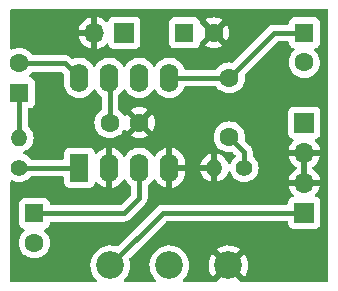
<source format=gbr>
%TF.GenerationSoftware,KiCad,Pcbnew,(6.0.7)*%
%TF.CreationDate,2022-11-20T23:08:14-05:00*%
%TF.ProjectId,LM386_Breakout,4c4d3338-365f-4427-9265-616b6f75742e,rev?*%
%TF.SameCoordinates,Original*%
%TF.FileFunction,Copper,L1,Top*%
%TF.FilePolarity,Positive*%
%FSLAX46Y46*%
G04 Gerber Fmt 4.6, Leading zero omitted, Abs format (unit mm)*
G04 Created by KiCad (PCBNEW (6.0.7)) date 2022-11-20 23:08:14*
%MOMM*%
%LPD*%
G01*
G04 APERTURE LIST*
%TA.AperFunction,ComponentPad*%
%ADD10C,2.340000*%
%TD*%
%TA.AperFunction,ComponentPad*%
%ADD11R,1.700000X1.700000*%
%TD*%
%TA.AperFunction,ComponentPad*%
%ADD12O,1.700000X1.700000*%
%TD*%
%TA.AperFunction,ComponentPad*%
%ADD13O,1.400000X1.400000*%
%TD*%
%TA.AperFunction,ComponentPad*%
%ADD14C,1.400000*%
%TD*%
%TA.AperFunction,ComponentPad*%
%ADD15C,1.600000*%
%TD*%
%TA.AperFunction,ComponentPad*%
%ADD16R,1.600000X1.600000*%
%TD*%
%TA.AperFunction,ComponentPad*%
%ADD17R,1.600000X2.400000*%
%TD*%
%TA.AperFunction,ComponentPad*%
%ADD18O,1.600000X2.400000*%
%TD*%
%TA.AperFunction,Conductor*%
%ADD19C,0.381000*%
%TD*%
G04 APERTURE END LIST*
D10*
%TO.P,RV1,3,3*%
%TO.N,GND*%
X166290000Y-135255000D03*
%TO.P,RV1,2,2*%
%TO.N,Net-(RV1-Pad2)*%
X161290000Y-135255000D03*
%TO.P,RV1,1,1*%
%TO.N,Net-(RV1-Pad1)*%
X156290000Y-135255000D03*
%TD*%
D11*
%TO.P,J1,1,Pin_1*%
%TO.N,Net-(RV1-Pad1)*%
X172720000Y-130810000D03*
D12*
%TO.P,J1,2,Pin_2*%
%TO.N,GND*%
X172720000Y-128270000D03*
%TD*%
D13*
%TO.P,R2,2*%
%TO.N,Net-(C6-Pad1)*%
X148590000Y-124460000D03*
D14*
%TO.P,R2,1*%
%TO.N,Net-(U1-Pad1)*%
X148590000Y-127000000D03*
%TD*%
%TO.P,R1,1*%
%TO.N,Net-(C3-Pad2)*%
X167640000Y-127000000D03*
D13*
%TO.P,R1,2*%
%TO.N,GND*%
X165100000Y-127000000D03*
%TD*%
D15*
%TO.P,C2,1*%
%TO.N,GND*%
X158750000Y-123175000D03*
%TO.P,C2,2*%
%TO.N,Net-(U1-Pad7)*%
X156250000Y-123175000D03*
%TD*%
D16*
%TO.P,C4,1*%
%TO.N,Net-(U1-Pad5)*%
X172720000Y-115570000D03*
D15*
%TO.P,C4,2*%
%TO.N,Net-(C4-Pad2)*%
X172720000Y-118070000D03*
%TD*%
%TO.P,C3,1*%
%TO.N,Net-(U1-Pad5)*%
X166370000Y-119380000D03*
%TO.P,C3,2*%
%TO.N,Net-(C3-Pad2)*%
X166370000Y-124380000D03*
%TD*%
D16*
%TO.P,C5,1*%
%TO.N,Net-(U1-Pad3)*%
X149860000Y-130850000D03*
D15*
%TO.P,C5,2*%
%TO.N,Net-(RV1-Pad2)*%
X149860000Y-133350000D03*
%TD*%
D11*
%TO.P,J2,1,Pin_1*%
%TO.N,Net-(C4-Pad2)*%
X172720000Y-123190000D03*
D12*
%TO.P,J2,2,Pin_2*%
%TO.N,GND*%
X172720000Y-125730000D03*
%TD*%
D11*
%TO.P,J3,1,Pin_1*%
%TO.N,VS*%
X157480000Y-115570000D03*
D12*
%TO.P,J3,2,Pin_2*%
%TO.N,GND*%
X154940000Y-115570000D03*
%TD*%
D17*
%TO.P,U1,1,GAIN*%
%TO.N,Net-(U1-Pad1)*%
X153670000Y-127000000D03*
D18*
%TO.P,U1,2,-*%
%TO.N,GND*%
X156210000Y-127000000D03*
%TO.P,U1,3,+*%
%TO.N,Net-(U1-Pad3)*%
X158750000Y-127000000D03*
%TO.P,U1,4,GND*%
%TO.N,GND*%
X161290000Y-127000000D03*
%TO.P,U1,5*%
%TO.N,Net-(U1-Pad5)*%
X161290000Y-119380000D03*
%TO.P,U1,6,V+*%
%TO.N,VS*%
X158750000Y-119380000D03*
%TO.P,U1,7,BYPASS*%
%TO.N,Net-(U1-Pad7)*%
X156210000Y-119380000D03*
%TO.P,U1,8,GAIN*%
%TO.N,Net-(U1-Pad8)*%
X153670000Y-119380000D03*
%TD*%
D16*
%TO.P,C1,1*%
%TO.N,VS*%
X162560000Y-115570000D03*
D15*
%TO.P,C1,2*%
%TO.N,GND*%
X165060000Y-115570000D03*
%TD*%
D16*
%TO.P,C6,1*%
%TO.N,Net-(C6-Pad1)*%
X148590000Y-120650000D03*
D15*
%TO.P,C6,2*%
%TO.N,Net-(U1-Pad8)*%
X148590000Y-118150000D03*
%TD*%
D19*
%TO.N,Net-(U1-Pad7)*%
X156250000Y-119420000D02*
X156210000Y-119380000D01*
X156250000Y-123175000D02*
X156250000Y-119420000D01*
%TO.N,Net-(C3-Pad2)*%
X167640000Y-125650000D02*
X167640000Y-127000000D01*
X166370000Y-124380000D02*
X167640000Y-125650000D01*
%TO.N,Net-(U1-Pad5)*%
X161290000Y-119380000D02*
X166370000Y-119380000D01*
X170180000Y-115570000D02*
X166370000Y-119380000D01*
X172720000Y-115570000D02*
X170180000Y-115570000D01*
%TO.N,Net-(U1-Pad3)*%
X158750000Y-129540000D02*
X158750000Y-127000000D01*
X157440000Y-130850000D02*
X158750000Y-129540000D01*
X149860000Y-130850000D02*
X157440000Y-130850000D01*
%TO.N,Net-(RV1-Pad1)*%
X160735000Y-130810000D02*
X172720000Y-130810000D01*
X156290000Y-135255000D02*
X160735000Y-130810000D01*
%TO.N,Net-(U1-Pad1)*%
X148590000Y-127000000D02*
X153670000Y-127000000D01*
%TO.N,Net-(C6-Pad1)*%
X148590000Y-124460000D02*
X148590000Y-120650000D01*
%TO.N,Net-(U1-Pad8)*%
X152440000Y-118150000D02*
X153670000Y-119380000D01*
X148590000Y-118150000D02*
X152440000Y-118150000D01*
%TD*%
%TA.AperFunction,Conductor*%
%TO.N,GND*%
G36*
X174693621Y-113558502D02*
G01*
X174740114Y-113612158D01*
X174751500Y-113664500D01*
X174751500Y-136525500D01*
X174731498Y-136593621D01*
X174677842Y-136640114D01*
X174625500Y-136651500D01*
X167377720Y-136651500D01*
X167309599Y-136631498D01*
X167287759Y-136608732D01*
X167286140Y-136610351D01*
X166302810Y-135627020D01*
X166288869Y-135619408D01*
X166287034Y-135619539D01*
X166280420Y-135623790D01*
X165296697Y-136607514D01*
X165294696Y-136605513D01*
X165264115Y-136636091D01*
X165203735Y-136651500D01*
X162576018Y-136651500D01*
X162507897Y-136631498D01*
X162461404Y-136577842D01*
X162451300Y-136507568D01*
X162481286Y-136442422D01*
X162631187Y-136271494D01*
X162631191Y-136271489D01*
X162634269Y-136267979D01*
X162650803Y-136242275D01*
X162766703Y-136062087D01*
X162769231Y-136058157D01*
X162871697Y-135830691D01*
X162873015Y-135826018D01*
X162938146Y-135595082D01*
X162938147Y-135595079D01*
X162939416Y-135590578D01*
X162970900Y-135343092D01*
X162970984Y-135339909D01*
X162972243Y-135291828D01*
X162973207Y-135255000D01*
X162970281Y-135215624D01*
X164608096Y-135215624D01*
X164619614Y-135455398D01*
X164620751Y-135464658D01*
X164667581Y-135700095D01*
X164670075Y-135709088D01*
X164751189Y-135935009D01*
X164754989Y-135943544D01*
X164868607Y-136154996D01*
X164873618Y-136162863D01*
X164926609Y-136233826D01*
X164937867Y-136242275D01*
X164950286Y-136235503D01*
X165917980Y-135267810D01*
X165924357Y-135256131D01*
X166654408Y-135256131D01*
X166654539Y-135257966D01*
X166658790Y-135264580D01*
X167632024Y-136237813D01*
X167644404Y-136244573D01*
X167652745Y-136238330D01*
X167766265Y-136061843D01*
X167770708Y-136053659D01*
X167869304Y-135834783D01*
X167872494Y-135826018D01*
X167937654Y-135594981D01*
X167939514Y-135585839D01*
X167970001Y-135346196D01*
X167970482Y-135339909D01*
X167972622Y-135258160D01*
X167972471Y-135251851D01*
X167954568Y-135010932D01*
X167953191Y-135001726D01*
X167900210Y-134767582D01*
X167897486Y-134758671D01*
X167810478Y-134534930D01*
X167806467Y-134526521D01*
X167687347Y-134318105D01*
X167682130Y-134310370D01*
X167654425Y-134275227D01*
X167642501Y-134266758D01*
X167630965Y-134273246D01*
X166662020Y-135242190D01*
X166654408Y-135256131D01*
X165924357Y-135256131D01*
X165925592Y-135253869D01*
X165925461Y-135252034D01*
X165921210Y-135245420D01*
X164948131Y-134272342D01*
X164934823Y-134265075D01*
X164924786Y-134272195D01*
X164923076Y-134274251D01*
X164917655Y-134281851D01*
X164793127Y-134487067D01*
X164788889Y-134495384D01*
X164696060Y-134716755D01*
X164693099Y-134725605D01*
X164634011Y-134958264D01*
X164632390Y-134967458D01*
X164608341Y-135206297D01*
X164608096Y-135215624D01*
X162970281Y-135215624D01*
X162954718Y-135006206D01*
X162899659Y-134762878D01*
X162885164Y-134725605D01*
X162810931Y-134534714D01*
X162810930Y-134534712D01*
X162809238Y-134530361D01*
X162786084Y-134489849D01*
X162711501Y-134359357D01*
X162685442Y-134313763D01*
X162530990Y-134117842D01*
X162349276Y-133946902D01*
X162283952Y-133901585D01*
X165300999Y-133901585D01*
X165305572Y-133911361D01*
X166277190Y-134882980D01*
X166291131Y-134890592D01*
X166292966Y-134890461D01*
X166299580Y-134886210D01*
X167270929Y-133914860D01*
X167277313Y-133903169D01*
X167267903Y-133891061D01*
X167147873Y-133807793D01*
X167139846Y-133803065D01*
X166924540Y-133696888D01*
X166915907Y-133693400D01*
X166687265Y-133620211D01*
X166678214Y-133618038D01*
X166441269Y-133579449D01*
X166431980Y-133578637D01*
X166191950Y-133575495D01*
X166182638Y-133576065D01*
X165944776Y-133608436D01*
X165935658Y-133610374D01*
X165705203Y-133677546D01*
X165696450Y-133680818D01*
X165478454Y-133781316D01*
X165470299Y-133785836D01*
X165310136Y-133890844D01*
X165300999Y-133901585D01*
X162283952Y-133901585D01*
X162148751Y-133807793D01*
X162148130Y-133807362D01*
X162148125Y-133807359D01*
X162144292Y-133804700D01*
X162140110Y-133802637D01*
X162140102Y-133802633D01*
X161924728Y-133696423D01*
X161924725Y-133696422D01*
X161920540Y-133694358D01*
X161876277Y-133680189D01*
X161868020Y-133677546D01*
X161682937Y-133618300D01*
X161678330Y-133617550D01*
X161678327Y-133617549D01*
X161441312Y-133578949D01*
X161441313Y-133578949D01*
X161436701Y-133578198D01*
X161315753Y-133576615D01*
X161191920Y-133574994D01*
X161191917Y-133574994D01*
X161187243Y-133574933D01*
X160940042Y-133608575D01*
X160935556Y-133609883D01*
X160935554Y-133609883D01*
X160901788Y-133619725D01*
X160700528Y-133678387D01*
X160696275Y-133680347D01*
X160696274Y-133680348D01*
X160668971Y-133692935D01*
X160473965Y-133782834D01*
X160470056Y-133785397D01*
X160269242Y-133917056D01*
X160269237Y-133917060D01*
X160265329Y-133919622D01*
X160079202Y-134085746D01*
X159919675Y-134277557D01*
X159790252Y-134490840D01*
X159788443Y-134495154D01*
X159788442Y-134495156D01*
X159712656Y-134675886D01*
X159693775Y-134720911D01*
X159692624Y-134725443D01*
X159692623Y-134725446D01*
X159684222Y-134758527D01*
X159632365Y-134962714D01*
X159607370Y-135210939D01*
X159607594Y-135215606D01*
X159607594Y-135215611D01*
X159613355Y-135335535D01*
X159619339Y-135460131D01*
X159668010Y-135704818D01*
X159752314Y-135939622D01*
X159870398Y-136159386D01*
X160019668Y-136359283D01*
X160022983Y-136362569D01*
X160097074Y-136436017D01*
X160131371Y-136498180D01*
X160126615Y-136569017D01*
X160084316Y-136626038D01*
X160017905Y-136651139D01*
X160008368Y-136651500D01*
X157576018Y-136651500D01*
X157507897Y-136631498D01*
X157461404Y-136577842D01*
X157451300Y-136507568D01*
X157481286Y-136442422D01*
X157631187Y-136271494D01*
X157631191Y-136271489D01*
X157634269Y-136267979D01*
X157650803Y-136242275D01*
X157766703Y-136062087D01*
X157769231Y-136058157D01*
X157871697Y-135830691D01*
X157873015Y-135826018D01*
X157938146Y-135595082D01*
X157938147Y-135595079D01*
X157939416Y-135590578D01*
X157970900Y-135343092D01*
X157970984Y-135339909D01*
X157972243Y-135291828D01*
X157973207Y-135255000D01*
X157954718Y-135006206D01*
X157899659Y-134762878D01*
X157893338Y-134746623D01*
X157887289Y-134675886D01*
X157921675Y-134611860D01*
X160987630Y-131545905D01*
X161049942Y-131511879D01*
X161076725Y-131509000D01*
X171235500Y-131509000D01*
X171303621Y-131529002D01*
X171350114Y-131582658D01*
X171361500Y-131635000D01*
X171361500Y-131708134D01*
X171368255Y-131770316D01*
X171419385Y-131906705D01*
X171506739Y-132023261D01*
X171623295Y-132110615D01*
X171759684Y-132161745D01*
X171821866Y-132168500D01*
X173618134Y-132168500D01*
X173680316Y-132161745D01*
X173816705Y-132110615D01*
X173933261Y-132023261D01*
X174020615Y-131906705D01*
X174071745Y-131770316D01*
X174078500Y-131708134D01*
X174078500Y-129911866D01*
X174071745Y-129849684D01*
X174020615Y-129713295D01*
X173933261Y-129596739D01*
X173816705Y-129509385D01*
X173697687Y-129464767D01*
X173640923Y-129422125D01*
X173616223Y-129355564D01*
X173631430Y-129286215D01*
X173652977Y-129257535D01*
X173754052Y-129156812D01*
X173760730Y-129148965D01*
X173885003Y-128976020D01*
X173890313Y-128967183D01*
X173984670Y-128776267D01*
X173988469Y-128766672D01*
X174050377Y-128562910D01*
X174052555Y-128552837D01*
X174053986Y-128541962D01*
X174051775Y-128527778D01*
X174038617Y-128524000D01*
X171403225Y-128524000D01*
X171389694Y-128527973D01*
X171388257Y-128537966D01*
X171418565Y-128672446D01*
X171421645Y-128682275D01*
X171501770Y-128879603D01*
X171506413Y-128888794D01*
X171617694Y-129070388D01*
X171623777Y-129078699D01*
X171763213Y-129239667D01*
X171770577Y-129246879D01*
X171775522Y-129250985D01*
X171815156Y-129309889D01*
X171816653Y-129380870D01*
X171779537Y-129441392D01*
X171739264Y-129465910D01*
X171631705Y-129506232D01*
X171631704Y-129506233D01*
X171623295Y-129509385D01*
X171506739Y-129596739D01*
X171419385Y-129713295D01*
X171368255Y-129849684D01*
X171361500Y-129911866D01*
X171361500Y-129985000D01*
X171341498Y-130053121D01*
X171287842Y-130099614D01*
X171235500Y-130111000D01*
X160763589Y-130111000D01*
X160755019Y-130110708D01*
X160705724Y-130107347D01*
X160705720Y-130107347D01*
X160698148Y-130106831D01*
X160690671Y-130108136D01*
X160690670Y-130108136D01*
X160663380Y-130112899D01*
X160636085Y-130117663D01*
X160629568Y-130118624D01*
X160615461Y-130120331D01*
X160574582Y-130125278D01*
X160574579Y-130125279D01*
X160567040Y-130126191D01*
X160559931Y-130128877D01*
X160556488Y-130129723D01*
X160542363Y-130133586D01*
X160538958Y-130134614D01*
X160531482Y-130135919D01*
X160473810Y-130161235D01*
X160467715Y-130163723D01*
X160415880Y-130183310D01*
X160415878Y-130183311D01*
X160408778Y-130185994D01*
X160402526Y-130190291D01*
X160399383Y-130191934D01*
X160386635Y-130199029D01*
X160383523Y-130200870D01*
X160376567Y-130203923D01*
X160370539Y-130208549D01*
X160370538Y-130208549D01*
X160326602Y-130242262D01*
X160321275Y-130246133D01*
X160269348Y-130281821D01*
X160264296Y-130287491D01*
X160264295Y-130287492D01*
X160228490Y-130327679D01*
X160223509Y-130332955D01*
X156930607Y-133625858D01*
X156868295Y-133659884D01*
X156803101Y-133656765D01*
X156682937Y-133618300D01*
X156678330Y-133617550D01*
X156678327Y-133617549D01*
X156441312Y-133578949D01*
X156441313Y-133578949D01*
X156436701Y-133578198D01*
X156315753Y-133576615D01*
X156191920Y-133574994D01*
X156191917Y-133574994D01*
X156187243Y-133574933D01*
X155940042Y-133608575D01*
X155935556Y-133609883D01*
X155935554Y-133609883D01*
X155901788Y-133619725D01*
X155700528Y-133678387D01*
X155696275Y-133680347D01*
X155696274Y-133680348D01*
X155668971Y-133692935D01*
X155473965Y-133782834D01*
X155470056Y-133785397D01*
X155269242Y-133917056D01*
X155269237Y-133917060D01*
X155265329Y-133919622D01*
X155079202Y-134085746D01*
X154919675Y-134277557D01*
X154790252Y-134490840D01*
X154788443Y-134495154D01*
X154788442Y-134495156D01*
X154712656Y-134675886D01*
X154693775Y-134720911D01*
X154692624Y-134725443D01*
X154692623Y-134725446D01*
X154684222Y-134758527D01*
X154632365Y-134962714D01*
X154607370Y-135210939D01*
X154607594Y-135215606D01*
X154607594Y-135215611D01*
X154613355Y-135335535D01*
X154619339Y-135460131D01*
X154668010Y-135704818D01*
X154752314Y-135939622D01*
X154870398Y-136159386D01*
X155019668Y-136359283D01*
X155022983Y-136362569D01*
X155097074Y-136436017D01*
X155131371Y-136498180D01*
X155126615Y-136569017D01*
X155084316Y-136626038D01*
X155017905Y-136651139D01*
X155008368Y-136651500D01*
X147954500Y-136651500D01*
X147886379Y-136631498D01*
X147839886Y-136577842D01*
X147828500Y-136525500D01*
X147828500Y-133350000D01*
X148546502Y-133350000D01*
X148566457Y-133578087D01*
X148567881Y-133583400D01*
X148567881Y-133583402D01*
X148622124Y-133785836D01*
X148625716Y-133799243D01*
X148628039Y-133804224D01*
X148628039Y-133804225D01*
X148720151Y-134001762D01*
X148720154Y-134001767D01*
X148722477Y-134006749D01*
X148853802Y-134194300D01*
X149015700Y-134356198D01*
X149020208Y-134359355D01*
X149020211Y-134359357D01*
X149098389Y-134414098D01*
X149203251Y-134487523D01*
X149208233Y-134489846D01*
X149208238Y-134489849D01*
X149304916Y-134534930D01*
X149410757Y-134584284D01*
X149416065Y-134585706D01*
X149416067Y-134585707D01*
X149626598Y-134642119D01*
X149626600Y-134642119D01*
X149631913Y-134643543D01*
X149860000Y-134663498D01*
X150088087Y-134643543D01*
X150093400Y-134642119D01*
X150093402Y-134642119D01*
X150303933Y-134585707D01*
X150303935Y-134585706D01*
X150309243Y-134584284D01*
X150415084Y-134534930D01*
X150511762Y-134489849D01*
X150511767Y-134489846D01*
X150516749Y-134487523D01*
X150621611Y-134414098D01*
X150699789Y-134359357D01*
X150699792Y-134359355D01*
X150704300Y-134356198D01*
X150866198Y-134194300D01*
X150997523Y-134006749D01*
X150999846Y-134001767D01*
X150999849Y-134001762D01*
X151091961Y-133804225D01*
X151091961Y-133804224D01*
X151094284Y-133799243D01*
X151097877Y-133785836D01*
X151152119Y-133583402D01*
X151152119Y-133583400D01*
X151153543Y-133578087D01*
X151173498Y-133350000D01*
X151153543Y-133121913D01*
X151094284Y-132900757D01*
X151091961Y-132895775D01*
X150999849Y-132698238D01*
X150999846Y-132698233D01*
X150997523Y-132693251D01*
X150866198Y-132505700D01*
X150720498Y-132360000D01*
X150686472Y-132297688D01*
X150691537Y-132226873D01*
X150734084Y-132170037D01*
X150770737Y-132152868D01*
X150770316Y-132151745D01*
X150898297Y-132103767D01*
X150906705Y-132100615D01*
X151023261Y-132013261D01*
X151110615Y-131896705D01*
X151161745Y-131760316D01*
X151168500Y-131698134D01*
X151168500Y-131675000D01*
X151188502Y-131606879D01*
X151242158Y-131560386D01*
X151294500Y-131549000D01*
X157411401Y-131549000D01*
X157419971Y-131549292D01*
X157469277Y-131552654D01*
X157469281Y-131552654D01*
X157476852Y-131553170D01*
X157484328Y-131551865D01*
X157484332Y-131551865D01*
X157538924Y-131542337D01*
X157545449Y-131541374D01*
X157600418Y-131534722D01*
X157600420Y-131534721D01*
X157607960Y-131533809D01*
X157615062Y-131531125D01*
X157618500Y-131530281D01*
X157632623Y-131526417D01*
X157636034Y-131525387D01*
X157643517Y-131524081D01*
X157701197Y-131498761D01*
X157707304Y-131496270D01*
X157759117Y-131476691D01*
X157759118Y-131476690D01*
X157766222Y-131474006D01*
X157772477Y-131469707D01*
X157775618Y-131468065D01*
X157788372Y-131460967D01*
X157791478Y-131459130D01*
X157798433Y-131456077D01*
X157804460Y-131451452D01*
X157804464Y-131451450D01*
X157848402Y-131417735D01*
X157853720Y-131413871D01*
X157905652Y-131378179D01*
X157946535Y-131332293D01*
X157951498Y-131327037D01*
X159224046Y-130054490D01*
X159230312Y-130048636D01*
X159267547Y-130016154D01*
X159273274Y-130011158D01*
X159309498Y-129959617D01*
X159313423Y-129954332D01*
X159347607Y-129910735D01*
X159352292Y-129904760D01*
X159355416Y-129897842D01*
X159357245Y-129894821D01*
X159364500Y-129882102D01*
X159366188Y-129878954D01*
X159370556Y-129872739D01*
X159393438Y-129814050D01*
X159395978Y-129808005D01*
X159421913Y-129750565D01*
X159423298Y-129743092D01*
X159424369Y-129739674D01*
X159428354Y-129725685D01*
X159429251Y-129722193D01*
X159432012Y-129715111D01*
X159434802Y-129693919D01*
X159440233Y-129652670D01*
X159441265Y-129646157D01*
X159451361Y-129591682D01*
X159451361Y-129591680D01*
X159452745Y-129584213D01*
X159450623Y-129547402D01*
X159449209Y-129522888D01*
X159449000Y-129515635D01*
X159449000Y-128573530D01*
X159469002Y-128505409D01*
X159502729Y-128470317D01*
X159589789Y-128409357D01*
X159589792Y-128409355D01*
X159594300Y-128406198D01*
X159756198Y-128244300D01*
X159763964Y-128233210D01*
X159883899Y-128061924D01*
X159887523Y-128056749D01*
X159889846Y-128051767D01*
X159889849Y-128051762D01*
X159906081Y-128016951D01*
X159952998Y-127963666D01*
X160021275Y-127944205D01*
X160089235Y-127964747D01*
X160134471Y-128016951D01*
X160150586Y-128051511D01*
X160156069Y-128061007D01*
X160281028Y-128239467D01*
X160288084Y-128247875D01*
X160442125Y-128401916D01*
X160450533Y-128408972D01*
X160628993Y-128533931D01*
X160638489Y-128539414D01*
X160835947Y-128631490D01*
X160846239Y-128635236D01*
X161018503Y-128681394D01*
X161032599Y-128681058D01*
X161036000Y-128673116D01*
X161036000Y-128667967D01*
X161544000Y-128667967D01*
X161547973Y-128681498D01*
X161556522Y-128682727D01*
X161733761Y-128635236D01*
X161744053Y-128631490D01*
X161941511Y-128539414D01*
X161951007Y-128533931D01*
X162129467Y-128408972D01*
X162137875Y-128401916D01*
X162291916Y-128247875D01*
X162298972Y-128239467D01*
X162423931Y-128061007D01*
X162429414Y-128051511D01*
X162521490Y-127854053D01*
X162525236Y-127843761D01*
X162581625Y-127633312D01*
X162583528Y-127622519D01*
X162597762Y-127459830D01*
X162598000Y-127454365D01*
X162598000Y-127272115D01*
X162596358Y-127266522D01*
X163920801Y-127266522D01*
X163959092Y-127409423D01*
X163962842Y-127419727D01*
X164047521Y-127601323D01*
X164052998Y-127610811D01*
X164167925Y-127774942D01*
X164174981Y-127783350D01*
X164316650Y-127925019D01*
X164325058Y-127932075D01*
X164489189Y-128047002D01*
X164498677Y-128052479D01*
X164680273Y-128137158D01*
X164690577Y-128140908D01*
X164828503Y-128177866D01*
X164842599Y-128177530D01*
X164846000Y-128169588D01*
X164846000Y-127272115D01*
X164841525Y-127256876D01*
X164840135Y-127255671D01*
X164832452Y-127254000D01*
X163935561Y-127254000D01*
X163922030Y-127257973D01*
X163920801Y-127266522D01*
X162596358Y-127266522D01*
X162593525Y-127256876D01*
X162592135Y-127255671D01*
X162584452Y-127254000D01*
X161562115Y-127254000D01*
X161546876Y-127258475D01*
X161545671Y-127259865D01*
X161544000Y-127267548D01*
X161544000Y-128667967D01*
X161036000Y-128667967D01*
X161036000Y-126727885D01*
X161544000Y-126727885D01*
X161548475Y-126743124D01*
X161549865Y-126744329D01*
X161557548Y-126746000D01*
X162579885Y-126746000D01*
X162595124Y-126741525D01*
X162596329Y-126740135D01*
X162598000Y-126732452D01*
X162598000Y-126728503D01*
X163922134Y-126728503D01*
X163922470Y-126742599D01*
X163930412Y-126746000D01*
X164827885Y-126746000D01*
X164843124Y-126741525D01*
X164844329Y-126740135D01*
X164846000Y-126732452D01*
X164846000Y-125835561D01*
X164842027Y-125822030D01*
X164833478Y-125820801D01*
X164690577Y-125859092D01*
X164680273Y-125862842D01*
X164498677Y-125947521D01*
X164489189Y-125952998D01*
X164325058Y-126067925D01*
X164316650Y-126074981D01*
X164174981Y-126216650D01*
X164167925Y-126225058D01*
X164052998Y-126389189D01*
X164047521Y-126398677D01*
X163962842Y-126580273D01*
X163959092Y-126590577D01*
X163922134Y-126728503D01*
X162598000Y-126728503D01*
X162598000Y-126545635D01*
X162597762Y-126540170D01*
X162583528Y-126377481D01*
X162581625Y-126366688D01*
X162525236Y-126156239D01*
X162521490Y-126145947D01*
X162429414Y-125948489D01*
X162423931Y-125938993D01*
X162298972Y-125760533D01*
X162291916Y-125752125D01*
X162137875Y-125598084D01*
X162129467Y-125591028D01*
X161951007Y-125466069D01*
X161941511Y-125460586D01*
X161744053Y-125368510D01*
X161733761Y-125364764D01*
X161561497Y-125318606D01*
X161547401Y-125318942D01*
X161544000Y-125326884D01*
X161544000Y-126727885D01*
X161036000Y-126727885D01*
X161036000Y-125332033D01*
X161032027Y-125318502D01*
X161023478Y-125317273D01*
X160846239Y-125364764D01*
X160835947Y-125368510D01*
X160638489Y-125460586D01*
X160628993Y-125466069D01*
X160450533Y-125591028D01*
X160442125Y-125598084D01*
X160288084Y-125752125D01*
X160281028Y-125760533D01*
X160156069Y-125938993D01*
X160150586Y-125948489D01*
X160134471Y-125983049D01*
X160087554Y-126036334D01*
X160019277Y-126055795D01*
X159951317Y-126035253D01*
X159906081Y-125983049D01*
X159889849Y-125948238D01*
X159889846Y-125948233D01*
X159887523Y-125943251D01*
X159790175Y-125804224D01*
X159759357Y-125760211D01*
X159759355Y-125760208D01*
X159756198Y-125755700D01*
X159594300Y-125593802D01*
X159589792Y-125590645D01*
X159589789Y-125590643D01*
X159488684Y-125519849D01*
X159406749Y-125462477D01*
X159401767Y-125460154D01*
X159401762Y-125460151D01*
X159204225Y-125368039D01*
X159204224Y-125368039D01*
X159199243Y-125365716D01*
X159193935Y-125364294D01*
X159193933Y-125364293D01*
X158983402Y-125307881D01*
X158983400Y-125307881D01*
X158978087Y-125306457D01*
X158750000Y-125286502D01*
X158521913Y-125306457D01*
X158516600Y-125307881D01*
X158516598Y-125307881D01*
X158306067Y-125364293D01*
X158306065Y-125364294D01*
X158300757Y-125365716D01*
X158295776Y-125368039D01*
X158295775Y-125368039D01*
X158098238Y-125460151D01*
X158098233Y-125460154D01*
X158093251Y-125462477D01*
X158011316Y-125519849D01*
X157910211Y-125590643D01*
X157910208Y-125590645D01*
X157905700Y-125593802D01*
X157743802Y-125755700D01*
X157740645Y-125760208D01*
X157740643Y-125760211D01*
X157709825Y-125804224D01*
X157612477Y-125943251D01*
X157610154Y-125948233D01*
X157610151Y-125948238D01*
X157593919Y-125983049D01*
X157547002Y-126036334D01*
X157478725Y-126055795D01*
X157410765Y-126035253D01*
X157365529Y-125983049D01*
X157349414Y-125948489D01*
X157343931Y-125938993D01*
X157218972Y-125760533D01*
X157211916Y-125752125D01*
X157057875Y-125598084D01*
X157049467Y-125591028D01*
X156871007Y-125466069D01*
X156861511Y-125460586D01*
X156664053Y-125368510D01*
X156653761Y-125364764D01*
X156481497Y-125318606D01*
X156467401Y-125318942D01*
X156464000Y-125326884D01*
X156464000Y-128667967D01*
X156467973Y-128681498D01*
X156476522Y-128682727D01*
X156653761Y-128635236D01*
X156664053Y-128631490D01*
X156861511Y-128539414D01*
X156871007Y-128533931D01*
X157049467Y-128408972D01*
X157057875Y-128401916D01*
X157211916Y-128247875D01*
X157218972Y-128239467D01*
X157343931Y-128061007D01*
X157349414Y-128051511D01*
X157365529Y-128016951D01*
X157412446Y-127963666D01*
X157480723Y-127944205D01*
X157548683Y-127964747D01*
X157593919Y-128016951D01*
X157610151Y-128051762D01*
X157610154Y-128051767D01*
X157612477Y-128056749D01*
X157616101Y-128061924D01*
X157736037Y-128233210D01*
X157743802Y-128244300D01*
X157905700Y-128406198D01*
X157910208Y-128409355D01*
X157910211Y-128409357D01*
X157997271Y-128470317D01*
X158041599Y-128525774D01*
X158051000Y-128573530D01*
X158051000Y-129198275D01*
X158030998Y-129266396D01*
X158014095Y-129287370D01*
X157187370Y-130114095D01*
X157125058Y-130148121D01*
X157098275Y-130151000D01*
X151294500Y-130151000D01*
X151226379Y-130130998D01*
X151179886Y-130077342D01*
X151168500Y-130025000D01*
X151168500Y-130001866D01*
X151161745Y-129939684D01*
X151110615Y-129803295D01*
X151023261Y-129686739D01*
X150906705Y-129599385D01*
X150770316Y-129548255D01*
X150708134Y-129541500D01*
X149011866Y-129541500D01*
X148949684Y-129548255D01*
X148813295Y-129599385D01*
X148696739Y-129686739D01*
X148609385Y-129803295D01*
X148558255Y-129939684D01*
X148551500Y-130001866D01*
X148551500Y-131698134D01*
X148558255Y-131760316D01*
X148609385Y-131896705D01*
X148696739Y-132013261D01*
X148813295Y-132100615D01*
X148821703Y-132103767D01*
X148949684Y-132151745D01*
X148948954Y-132153691D01*
X149001205Y-132183545D01*
X149034021Y-132246503D01*
X149027591Y-132317207D01*
X148999502Y-132360000D01*
X148853802Y-132505700D01*
X148722477Y-132693251D01*
X148720154Y-132698233D01*
X148720151Y-132698238D01*
X148628039Y-132895775D01*
X148625716Y-132900757D01*
X148566457Y-133121913D01*
X148546502Y-133350000D01*
X147828500Y-133350000D01*
X147828500Y-128176119D01*
X147848502Y-128107998D01*
X147902158Y-128061505D01*
X147972432Y-128051401D01*
X148007750Y-128061924D01*
X148169090Y-128137158D01*
X148175090Y-128139956D01*
X148180398Y-128141378D01*
X148180400Y-128141379D01*
X148374030Y-128193262D01*
X148374032Y-128193262D01*
X148379345Y-128194686D01*
X148590000Y-128213116D01*
X148800655Y-128194686D01*
X148805968Y-128193262D01*
X148805970Y-128193262D01*
X148999600Y-128141379D01*
X148999602Y-128141378D01*
X149004910Y-128139956D01*
X149009892Y-128137633D01*
X149191577Y-128052912D01*
X149191580Y-128052910D01*
X149196558Y-128050589D01*
X149369776Y-127929301D01*
X149519301Y-127779776D01*
X149524285Y-127772658D01*
X149538241Y-127752728D01*
X149593698Y-127708400D01*
X149641453Y-127699000D01*
X152235500Y-127699000D01*
X152303621Y-127719002D01*
X152350114Y-127772658D01*
X152361500Y-127825000D01*
X152361500Y-128248134D01*
X152368255Y-128310316D01*
X152419385Y-128446705D01*
X152506739Y-128563261D01*
X152623295Y-128650615D01*
X152759684Y-128701745D01*
X152821866Y-128708500D01*
X154518134Y-128708500D01*
X154580316Y-128701745D01*
X154716705Y-128650615D01*
X154833261Y-128563261D01*
X154920615Y-128446705D01*
X154971745Y-128310316D01*
X154972999Y-128298771D01*
X154974113Y-128296090D01*
X154974425Y-128294778D01*
X154974637Y-128294828D01*
X155000238Y-128233210D01*
X155058599Y-128192782D01*
X155129553Y-128190323D01*
X155190572Y-128226616D01*
X155199147Y-128237225D01*
X155208084Y-128247875D01*
X155362125Y-128401916D01*
X155370533Y-128408972D01*
X155548993Y-128533931D01*
X155558489Y-128539414D01*
X155755947Y-128631490D01*
X155766239Y-128635236D01*
X155938503Y-128681394D01*
X155952599Y-128681058D01*
X155956000Y-128673116D01*
X155956000Y-125332033D01*
X155952027Y-125318502D01*
X155943478Y-125317273D01*
X155766239Y-125364764D01*
X155755947Y-125368510D01*
X155558489Y-125460586D01*
X155548993Y-125466069D01*
X155370533Y-125591028D01*
X155362125Y-125598084D01*
X155208084Y-125752125D01*
X155197493Y-125764746D01*
X155196475Y-125763892D01*
X155146016Y-125804224D01*
X155075397Y-125811532D01*
X155012037Y-125779500D01*
X154976053Y-125718298D01*
X154973000Y-125701238D01*
X154971745Y-125689684D01*
X154920615Y-125553295D01*
X154833261Y-125436739D01*
X154716705Y-125349385D01*
X154580316Y-125298255D01*
X154518134Y-125291500D01*
X152821866Y-125291500D01*
X152759684Y-125298255D01*
X152623295Y-125349385D01*
X152506739Y-125436739D01*
X152419385Y-125553295D01*
X152368255Y-125689684D01*
X152361500Y-125751866D01*
X152361500Y-126175000D01*
X152341498Y-126243121D01*
X152287842Y-126289614D01*
X152235500Y-126301000D01*
X149641453Y-126301000D01*
X149573332Y-126280998D01*
X149538241Y-126247272D01*
X149522462Y-126224738D01*
X149522460Y-126224736D01*
X149519301Y-126220224D01*
X149369776Y-126070699D01*
X149196558Y-125949411D01*
X149191580Y-125947090D01*
X149191577Y-125947088D01*
X149009892Y-125862367D01*
X149009891Y-125862366D01*
X149004910Y-125860044D01*
X148999602Y-125858622D01*
X148999600Y-125858621D01*
X148973796Y-125851707D01*
X148913173Y-125814755D01*
X148882152Y-125750894D01*
X148890580Y-125680400D01*
X148935783Y-125625653D01*
X148973796Y-125608293D01*
X148999600Y-125601379D01*
X148999602Y-125601378D01*
X149004910Y-125599956D01*
X149009892Y-125597633D01*
X149191577Y-125512912D01*
X149191580Y-125512910D01*
X149196558Y-125510589D01*
X149369776Y-125389301D01*
X149519301Y-125239776D01*
X149640589Y-125066558D01*
X149729956Y-124874910D01*
X149731616Y-124868717D01*
X149783262Y-124675970D01*
X149783262Y-124675968D01*
X149784686Y-124670655D01*
X149803116Y-124460000D01*
X149784686Y-124249345D01*
X149729956Y-124045090D01*
X149717930Y-124019300D01*
X149642912Y-123858423D01*
X149642910Y-123858420D01*
X149640589Y-123853442D01*
X149519301Y-123680224D01*
X149369776Y-123530699D01*
X149365262Y-123527538D01*
X149342728Y-123511759D01*
X149298400Y-123456302D01*
X149289000Y-123408547D01*
X149289000Y-122084500D01*
X149309002Y-122016379D01*
X149362658Y-121969886D01*
X149415000Y-121958500D01*
X149438134Y-121958500D01*
X149500316Y-121951745D01*
X149636705Y-121900615D01*
X149753261Y-121813261D01*
X149840615Y-121696705D01*
X149891745Y-121560316D01*
X149898500Y-121498134D01*
X149898500Y-119801866D01*
X149891745Y-119739684D01*
X149840615Y-119603295D01*
X149753261Y-119486739D01*
X149636705Y-119399385D01*
X149500316Y-119348255D01*
X149501046Y-119346309D01*
X149448795Y-119316455D01*
X149415979Y-119253497D01*
X149422409Y-119182793D01*
X149450498Y-119140000D01*
X149596198Y-118994300D01*
X149652215Y-118914300D01*
X149660317Y-118902729D01*
X149715774Y-118858401D01*
X149763530Y-118849000D01*
X152098275Y-118849000D01*
X152166396Y-118869002D01*
X152187370Y-118885905D01*
X152324595Y-119023130D01*
X152358621Y-119085442D01*
X152361500Y-119112225D01*
X152361500Y-119837127D01*
X152376457Y-120008087D01*
X152435716Y-120229243D01*
X152438039Y-120234224D01*
X152438039Y-120234225D01*
X152530151Y-120431762D01*
X152530154Y-120431767D01*
X152532477Y-120436749D01*
X152605902Y-120541611D01*
X152656789Y-120614284D01*
X152663802Y-120624300D01*
X152825700Y-120786198D01*
X152830208Y-120789355D01*
X152830211Y-120789357D01*
X152877269Y-120822307D01*
X153013251Y-120917523D01*
X153018233Y-120919846D01*
X153018238Y-120919849D01*
X153215775Y-121011961D01*
X153220757Y-121014284D01*
X153226065Y-121015706D01*
X153226067Y-121015707D01*
X153436598Y-121072119D01*
X153436600Y-121072119D01*
X153441913Y-121073543D01*
X153670000Y-121093498D01*
X153898087Y-121073543D01*
X153903400Y-121072119D01*
X153903402Y-121072119D01*
X154113933Y-121015707D01*
X154113935Y-121015706D01*
X154119243Y-121014284D01*
X154124225Y-121011961D01*
X154321762Y-120919849D01*
X154321767Y-120919846D01*
X154326749Y-120917523D01*
X154462731Y-120822307D01*
X154509789Y-120789357D01*
X154509792Y-120789355D01*
X154514300Y-120786198D01*
X154676198Y-120624300D01*
X154683212Y-120614284D01*
X154734098Y-120541611D01*
X154807523Y-120436749D01*
X154809846Y-120431767D01*
X154809849Y-120431762D01*
X154825805Y-120397543D01*
X154872722Y-120344258D01*
X154940999Y-120324797D01*
X155008959Y-120345339D01*
X155054195Y-120397543D01*
X155070151Y-120431762D01*
X155070154Y-120431767D01*
X155072477Y-120436749D01*
X155145902Y-120541611D01*
X155196789Y-120614284D01*
X155203802Y-120624300D01*
X155365700Y-120786198D01*
X155370208Y-120789355D01*
X155370211Y-120789357D01*
X155417269Y-120822307D01*
X155497272Y-120878326D01*
X155541599Y-120933782D01*
X155551000Y-120981538D01*
X155551000Y-122001470D01*
X155530998Y-122069591D01*
X155497271Y-122104683D01*
X155410211Y-122165643D01*
X155410208Y-122165645D01*
X155405700Y-122168802D01*
X155243802Y-122330700D01*
X155112477Y-122518251D01*
X155110154Y-122523233D01*
X155110151Y-122523238D01*
X155086238Y-122574521D01*
X155015716Y-122725757D01*
X155014294Y-122731065D01*
X155014293Y-122731067D01*
X154993019Y-122810461D01*
X154956457Y-122946913D01*
X154936502Y-123175000D01*
X154956457Y-123403087D01*
X154957881Y-123408400D01*
X154957881Y-123408402D01*
X154995025Y-123547022D01*
X155015716Y-123624243D01*
X155018039Y-123629224D01*
X155018039Y-123629225D01*
X155110151Y-123826762D01*
X155110154Y-123826767D01*
X155112477Y-123831749D01*
X155243802Y-124019300D01*
X155405700Y-124181198D01*
X155410208Y-124184355D01*
X155410211Y-124184357D01*
X155488389Y-124239098D01*
X155593251Y-124312523D01*
X155598233Y-124314846D01*
X155598238Y-124314849D01*
X155794765Y-124406490D01*
X155800757Y-124409284D01*
X155806065Y-124410706D01*
X155806067Y-124410707D01*
X156016598Y-124467119D01*
X156016600Y-124467119D01*
X156021913Y-124468543D01*
X156250000Y-124488498D01*
X156478087Y-124468543D01*
X156483400Y-124467119D01*
X156483402Y-124467119D01*
X156693933Y-124410707D01*
X156693935Y-124410706D01*
X156699243Y-124409284D01*
X156705235Y-124406490D01*
X156901762Y-124314849D01*
X156901767Y-124314846D01*
X156906749Y-124312523D01*
X156980243Y-124261062D01*
X158028493Y-124261062D01*
X158037789Y-124273077D01*
X158088994Y-124308931D01*
X158098489Y-124314414D01*
X158295947Y-124406490D01*
X158306239Y-124410236D01*
X158516688Y-124466625D01*
X158527481Y-124468528D01*
X158744525Y-124487517D01*
X158755475Y-124487517D01*
X158972519Y-124468528D01*
X158983312Y-124466625D01*
X159193761Y-124410236D01*
X159204053Y-124406490D01*
X159260861Y-124380000D01*
X165056502Y-124380000D01*
X165076457Y-124608087D01*
X165077881Y-124613400D01*
X165077881Y-124613402D01*
X165111739Y-124739759D01*
X165135716Y-124829243D01*
X165138039Y-124834224D01*
X165138039Y-124834225D01*
X165230151Y-125031762D01*
X165230154Y-125031767D01*
X165232477Y-125036749D01*
X165363802Y-125224300D01*
X165525700Y-125386198D01*
X165530208Y-125389355D01*
X165530211Y-125389357D01*
X165534643Y-125392460D01*
X165713251Y-125517523D01*
X165718233Y-125519846D01*
X165718238Y-125519849D01*
X165890030Y-125599956D01*
X165920757Y-125614284D01*
X165926065Y-125615706D01*
X165926067Y-125615707D01*
X166136598Y-125672119D01*
X166136600Y-125672119D01*
X166141913Y-125673543D01*
X166370000Y-125693498D01*
X166375475Y-125693019D01*
X166592614Y-125674022D01*
X166592616Y-125674022D01*
X166598087Y-125673543D01*
X166599660Y-125673122D01*
X166669031Y-125680859D01*
X166709445Y-125707980D01*
X166878700Y-125877235D01*
X166912726Y-125939547D01*
X166907661Y-126010362D01*
X166867491Y-126062268D01*
X166868948Y-126064005D01*
X166864735Y-126067540D01*
X166860224Y-126070699D01*
X166710699Y-126220224D01*
X166589411Y-126393442D01*
X166587090Y-126398420D01*
X166587088Y-126398423D01*
X166519730Y-126542873D01*
X166500044Y-126585090D01*
X166498622Y-126590397D01*
X166498618Y-126590408D01*
X166491447Y-126617171D01*
X166454496Y-126677793D01*
X166390635Y-126708815D01*
X166320140Y-126700386D01*
X166265394Y-126655182D01*
X166248034Y-126617170D01*
X166240908Y-126590574D01*
X166237159Y-126580277D01*
X166152479Y-126398677D01*
X166147002Y-126389189D01*
X166032075Y-126225058D01*
X166025019Y-126216650D01*
X165883350Y-126074981D01*
X165874942Y-126067925D01*
X165710811Y-125952998D01*
X165701323Y-125947521D01*
X165519727Y-125862842D01*
X165509423Y-125859092D01*
X165371497Y-125822134D01*
X165357401Y-125822470D01*
X165354000Y-125830412D01*
X165354000Y-128164439D01*
X165357973Y-128177970D01*
X165366522Y-128179199D01*
X165509423Y-128140908D01*
X165519727Y-128137158D01*
X165701323Y-128052479D01*
X165710811Y-128047002D01*
X165874942Y-127932075D01*
X165883350Y-127925019D01*
X166025019Y-127783350D01*
X166032075Y-127774942D01*
X166147002Y-127610811D01*
X166152479Y-127601323D01*
X166237159Y-127419723D01*
X166240908Y-127409426D01*
X166248034Y-127382830D01*
X166284986Y-127322207D01*
X166348846Y-127291186D01*
X166419341Y-127299614D01*
X166474088Y-127344817D01*
X166491447Y-127382829D01*
X166498618Y-127409592D01*
X166498621Y-127409600D01*
X166500044Y-127414910D01*
X166502366Y-127419891D01*
X166502367Y-127419892D01*
X166520991Y-127459830D01*
X166589411Y-127606558D01*
X166710699Y-127779776D01*
X166860224Y-127929301D01*
X167033442Y-128050589D01*
X167038420Y-128052910D01*
X167038423Y-128052912D01*
X167220108Y-128137633D01*
X167225090Y-128139956D01*
X167230398Y-128141378D01*
X167230400Y-128141379D01*
X167424030Y-128193262D01*
X167424032Y-128193262D01*
X167429345Y-128194686D01*
X167640000Y-128213116D01*
X167850655Y-128194686D01*
X167855968Y-128193262D01*
X167855970Y-128193262D01*
X168049600Y-128141379D01*
X168049602Y-128141378D01*
X168054910Y-128139956D01*
X168059892Y-128137633D01*
X168241577Y-128052912D01*
X168241580Y-128052910D01*
X168246558Y-128050589D01*
X168312833Y-128004183D01*
X171384389Y-128004183D01*
X171385912Y-128012607D01*
X171398292Y-128016000D01*
X172447885Y-128016000D01*
X172463124Y-128011525D01*
X172464329Y-128010135D01*
X172466000Y-128002452D01*
X172466000Y-127997885D01*
X172974000Y-127997885D01*
X172978475Y-128013124D01*
X172979865Y-128014329D01*
X172987548Y-128016000D01*
X174038344Y-128016000D01*
X174051875Y-128012027D01*
X174053180Y-128002947D01*
X174011214Y-127835875D01*
X174007894Y-127826124D01*
X173922972Y-127630814D01*
X173918105Y-127621739D01*
X173802426Y-127442926D01*
X173796136Y-127434757D01*
X173652806Y-127277240D01*
X173645273Y-127270215D01*
X173478139Y-127138222D01*
X173469552Y-127132517D01*
X173432116Y-127111851D01*
X173382146Y-127061419D01*
X173367374Y-126991976D01*
X173392490Y-126925571D01*
X173419842Y-126898964D01*
X173595327Y-126773792D01*
X173603200Y-126767139D01*
X173754052Y-126616812D01*
X173760730Y-126608965D01*
X173885003Y-126436020D01*
X173890313Y-126427183D01*
X173984670Y-126236267D01*
X173988469Y-126226672D01*
X174050377Y-126022910D01*
X174052555Y-126012837D01*
X174053986Y-126001962D01*
X174051775Y-125987778D01*
X174038617Y-125984000D01*
X172992115Y-125984000D01*
X172976876Y-125988475D01*
X172975671Y-125989865D01*
X172974000Y-125997548D01*
X172974000Y-127997885D01*
X172466000Y-127997885D01*
X172466000Y-126002115D01*
X172461525Y-125986876D01*
X172460135Y-125985671D01*
X172452452Y-125984000D01*
X171403225Y-125984000D01*
X171389694Y-125987973D01*
X171388257Y-125997966D01*
X171418565Y-126132446D01*
X171421645Y-126142275D01*
X171501770Y-126339603D01*
X171506413Y-126348794D01*
X171617694Y-126530388D01*
X171623777Y-126538699D01*
X171763213Y-126699667D01*
X171770580Y-126706883D01*
X171934434Y-126842916D01*
X171942881Y-126848831D01*
X172012479Y-126889501D01*
X172061203Y-126941140D01*
X172074274Y-127010923D01*
X172047543Y-127076694D01*
X172007087Y-127110053D01*
X171998462Y-127114542D01*
X171989738Y-127120036D01*
X171819433Y-127247905D01*
X171811726Y-127254748D01*
X171664590Y-127408717D01*
X171658104Y-127416727D01*
X171538098Y-127592649D01*
X171533000Y-127601623D01*
X171443338Y-127794783D01*
X171439775Y-127804470D01*
X171384389Y-128004183D01*
X168312833Y-128004183D01*
X168419776Y-127929301D01*
X168569301Y-127779776D01*
X168690589Y-127606558D01*
X168759010Y-127459830D01*
X168777633Y-127419892D01*
X168777634Y-127419891D01*
X168779956Y-127414910D01*
X168781426Y-127409426D01*
X168833262Y-127215970D01*
X168833262Y-127215968D01*
X168834686Y-127210655D01*
X168853116Y-127000000D01*
X168834686Y-126789345D01*
X168822301Y-126743124D01*
X168781379Y-126590400D01*
X168781378Y-126590398D01*
X168779956Y-126585090D01*
X168760270Y-126542873D01*
X168692912Y-126398423D01*
X168692910Y-126398420D01*
X168690589Y-126393442D01*
X168569301Y-126220224D01*
X168419776Y-126070699D01*
X168415262Y-126067538D01*
X168392728Y-126051759D01*
X168348400Y-125996302D01*
X168339000Y-125948547D01*
X168339000Y-125678589D01*
X168339292Y-125670019D01*
X168342653Y-125620724D01*
X168342653Y-125620720D01*
X168343169Y-125613148D01*
X168332337Y-125551085D01*
X168331375Y-125544564D01*
X168324722Y-125489582D01*
X168324721Y-125489579D01*
X168323809Y-125482040D01*
X168321123Y-125474931D01*
X168320277Y-125471488D01*
X168316414Y-125457363D01*
X168315386Y-125453958D01*
X168314081Y-125446482D01*
X168288765Y-125388810D01*
X168286277Y-125382715D01*
X168266690Y-125330880D01*
X168266689Y-125330878D01*
X168264006Y-125323778D01*
X168259709Y-125317526D01*
X168258066Y-125314383D01*
X168250971Y-125301635D01*
X168249130Y-125298523D01*
X168246077Y-125291567D01*
X168207732Y-125241593D01*
X168203861Y-125236266D01*
X168203173Y-125235264D01*
X168168179Y-125184348D01*
X168122320Y-125143489D01*
X168117045Y-125138509D01*
X167697980Y-124719444D01*
X167663954Y-124657132D01*
X167663020Y-124610038D01*
X167663543Y-124608087D01*
X167683498Y-124380000D01*
X167663543Y-124151913D01*
X167647364Y-124091531D01*
X167646454Y-124088134D01*
X171361500Y-124088134D01*
X171368255Y-124150316D01*
X171419385Y-124286705D01*
X171506739Y-124403261D01*
X171623295Y-124490615D01*
X171631704Y-124493767D01*
X171631705Y-124493768D01*
X171740960Y-124534726D01*
X171797725Y-124577367D01*
X171822425Y-124643929D01*
X171807218Y-124713278D01*
X171787825Y-124739759D01*
X171664590Y-124868717D01*
X171658104Y-124876727D01*
X171538098Y-125052649D01*
X171533000Y-125061623D01*
X171443338Y-125254783D01*
X171439775Y-125264470D01*
X171384389Y-125464183D01*
X171385912Y-125472607D01*
X171398292Y-125476000D01*
X174038344Y-125476000D01*
X174051875Y-125472027D01*
X174053180Y-125462947D01*
X174011214Y-125295875D01*
X174007894Y-125286124D01*
X173922972Y-125090814D01*
X173918105Y-125081739D01*
X173802426Y-124902926D01*
X173796136Y-124894757D01*
X173652293Y-124736677D01*
X173621241Y-124672831D01*
X173629635Y-124602333D01*
X173674812Y-124547564D01*
X173701256Y-124533895D01*
X173808297Y-124493767D01*
X173816705Y-124490615D01*
X173933261Y-124403261D01*
X174020615Y-124286705D01*
X174071745Y-124150316D01*
X174078500Y-124088134D01*
X174078500Y-122291866D01*
X174071745Y-122229684D01*
X174020615Y-122093295D01*
X173933261Y-121976739D01*
X173816705Y-121889385D01*
X173680316Y-121838255D01*
X173618134Y-121831500D01*
X171821866Y-121831500D01*
X171759684Y-121838255D01*
X171623295Y-121889385D01*
X171506739Y-121976739D01*
X171419385Y-122093295D01*
X171368255Y-122229684D01*
X171361500Y-122291866D01*
X171361500Y-124088134D01*
X167646454Y-124088134D01*
X167605707Y-123936067D01*
X167605706Y-123936065D01*
X167604284Y-123930757D01*
X167588313Y-123896507D01*
X167509849Y-123728238D01*
X167509846Y-123728233D01*
X167507523Y-123723251D01*
X167376198Y-123535700D01*
X167214300Y-123373802D01*
X167209792Y-123370645D01*
X167209789Y-123370643D01*
X167131611Y-123315902D01*
X167026749Y-123242477D01*
X167021767Y-123240154D01*
X167021762Y-123240151D01*
X166824225Y-123148039D01*
X166824224Y-123148039D01*
X166819243Y-123145716D01*
X166813935Y-123144294D01*
X166813933Y-123144293D01*
X166603402Y-123087881D01*
X166603400Y-123087881D01*
X166598087Y-123086457D01*
X166370000Y-123066502D01*
X166141913Y-123086457D01*
X166136600Y-123087881D01*
X166136598Y-123087881D01*
X165926067Y-123144293D01*
X165926065Y-123144294D01*
X165920757Y-123145716D01*
X165915776Y-123148039D01*
X165915775Y-123148039D01*
X165718238Y-123240151D01*
X165718233Y-123240154D01*
X165713251Y-123242477D01*
X165608389Y-123315902D01*
X165530211Y-123370643D01*
X165530208Y-123370645D01*
X165525700Y-123373802D01*
X165363802Y-123535700D01*
X165232477Y-123723251D01*
X165230154Y-123728233D01*
X165230151Y-123728238D01*
X165151687Y-123896507D01*
X165135716Y-123930757D01*
X165134294Y-123936065D01*
X165134293Y-123936067D01*
X165092636Y-124091531D01*
X165076457Y-124151913D01*
X165056502Y-124380000D01*
X159260861Y-124380000D01*
X159401511Y-124314414D01*
X159411006Y-124308931D01*
X159463048Y-124272491D01*
X159471424Y-124262012D01*
X159464356Y-124248566D01*
X158762812Y-123547022D01*
X158748868Y-123539408D01*
X158747035Y-123539539D01*
X158740420Y-123543790D01*
X158034923Y-124249287D01*
X158028493Y-124261062D01*
X156980243Y-124261062D01*
X157011611Y-124239098D01*
X157089789Y-124184357D01*
X157089792Y-124184355D01*
X157094300Y-124181198D01*
X157256198Y-124019300D01*
X157387523Y-123831749D01*
X157389847Y-123826765D01*
X157391171Y-123824472D01*
X157442553Y-123775479D01*
X157512267Y-123762043D01*
X157578178Y-123788429D01*
X157609409Y-123824472D01*
X157616066Y-123836002D01*
X157652509Y-123888048D01*
X157662988Y-123896424D01*
X157676434Y-123889356D01*
X158377978Y-123187812D01*
X158384356Y-123176132D01*
X159114408Y-123176132D01*
X159114539Y-123177965D01*
X159118790Y-123184580D01*
X159824287Y-123890077D01*
X159836062Y-123896507D01*
X159848077Y-123887211D01*
X159883931Y-123836006D01*
X159889414Y-123826511D01*
X159981490Y-123629053D01*
X159985236Y-123618761D01*
X160041625Y-123408312D01*
X160043528Y-123397519D01*
X160062517Y-123180475D01*
X160062517Y-123169525D01*
X160043528Y-122952481D01*
X160041625Y-122941688D01*
X159985236Y-122731239D01*
X159981490Y-122720947D01*
X159889414Y-122523489D01*
X159883931Y-122513994D01*
X159847491Y-122461952D01*
X159837012Y-122453576D01*
X159823566Y-122460644D01*
X159122022Y-123162188D01*
X159114408Y-123176132D01*
X158384356Y-123176132D01*
X158385592Y-123173868D01*
X158385461Y-123172035D01*
X158381210Y-123165420D01*
X157675713Y-122459923D01*
X157663938Y-122453493D01*
X157651923Y-122462789D01*
X157616066Y-122513998D01*
X157609409Y-122525528D01*
X157558027Y-122574521D01*
X157488313Y-122587958D01*
X157422402Y-122561571D01*
X157391171Y-122525528D01*
X157389847Y-122523235D01*
X157387523Y-122518251D01*
X157256198Y-122330700D01*
X157094300Y-122168802D01*
X157089792Y-122165645D01*
X157089789Y-122165643D01*
X157002729Y-122104683D01*
X156989384Y-122087988D01*
X158028576Y-122087988D01*
X158035644Y-122101434D01*
X158737188Y-122802978D01*
X158751132Y-122810592D01*
X158752965Y-122810461D01*
X158759580Y-122806210D01*
X159465077Y-122100713D01*
X159471507Y-122088938D01*
X159462211Y-122076923D01*
X159411006Y-122041069D01*
X159401511Y-122035586D01*
X159204053Y-121943510D01*
X159193761Y-121939764D01*
X158983312Y-121883375D01*
X158972519Y-121881472D01*
X158755475Y-121862483D01*
X158744525Y-121862483D01*
X158527481Y-121881472D01*
X158516688Y-121883375D01*
X158306239Y-121939764D01*
X158295947Y-121943510D01*
X158098489Y-122035586D01*
X158088994Y-122041069D01*
X158036952Y-122077509D01*
X158028576Y-122087988D01*
X156989384Y-122087988D01*
X156958401Y-122049226D01*
X156949000Y-122001470D01*
X156949000Y-120925521D01*
X156969002Y-120857400D01*
X157002728Y-120822309D01*
X157054300Y-120786198D01*
X157216198Y-120624300D01*
X157223212Y-120614284D01*
X157274098Y-120541611D01*
X157347523Y-120436749D01*
X157349846Y-120431767D01*
X157349849Y-120431762D01*
X157365805Y-120397543D01*
X157412722Y-120344258D01*
X157480999Y-120324797D01*
X157548959Y-120345339D01*
X157594195Y-120397543D01*
X157610151Y-120431762D01*
X157610154Y-120431767D01*
X157612477Y-120436749D01*
X157685902Y-120541611D01*
X157736789Y-120614284D01*
X157743802Y-120624300D01*
X157905700Y-120786198D01*
X157910208Y-120789355D01*
X157910211Y-120789357D01*
X157957269Y-120822307D01*
X158093251Y-120917523D01*
X158098233Y-120919846D01*
X158098238Y-120919849D01*
X158295775Y-121011961D01*
X158300757Y-121014284D01*
X158306065Y-121015706D01*
X158306067Y-121015707D01*
X158516598Y-121072119D01*
X158516600Y-121072119D01*
X158521913Y-121073543D01*
X158750000Y-121093498D01*
X158978087Y-121073543D01*
X158983400Y-121072119D01*
X158983402Y-121072119D01*
X159193933Y-121015707D01*
X159193935Y-121015706D01*
X159199243Y-121014284D01*
X159204225Y-121011961D01*
X159401762Y-120919849D01*
X159401767Y-120919846D01*
X159406749Y-120917523D01*
X159542731Y-120822307D01*
X159589789Y-120789357D01*
X159589792Y-120789355D01*
X159594300Y-120786198D01*
X159756198Y-120624300D01*
X159763212Y-120614284D01*
X159814098Y-120541611D01*
X159887523Y-120436749D01*
X159889846Y-120431767D01*
X159889849Y-120431762D01*
X159905805Y-120397543D01*
X159952722Y-120344258D01*
X160020999Y-120324797D01*
X160088959Y-120345339D01*
X160134195Y-120397543D01*
X160150151Y-120431762D01*
X160150154Y-120431767D01*
X160152477Y-120436749D01*
X160225902Y-120541611D01*
X160276789Y-120614284D01*
X160283802Y-120624300D01*
X160445700Y-120786198D01*
X160450208Y-120789355D01*
X160450211Y-120789357D01*
X160497269Y-120822307D01*
X160633251Y-120917523D01*
X160638233Y-120919846D01*
X160638238Y-120919849D01*
X160835775Y-121011961D01*
X160840757Y-121014284D01*
X160846065Y-121015706D01*
X160846067Y-121015707D01*
X161056598Y-121072119D01*
X161056600Y-121072119D01*
X161061913Y-121073543D01*
X161290000Y-121093498D01*
X161518087Y-121073543D01*
X161523400Y-121072119D01*
X161523402Y-121072119D01*
X161733933Y-121015707D01*
X161733935Y-121015706D01*
X161739243Y-121014284D01*
X161744225Y-121011961D01*
X161941762Y-120919849D01*
X161941767Y-120919846D01*
X161946749Y-120917523D01*
X162082731Y-120822307D01*
X162129789Y-120789357D01*
X162129792Y-120789355D01*
X162134300Y-120786198D01*
X162296198Y-120624300D01*
X162303212Y-120614284D01*
X162354098Y-120541611D01*
X162427523Y-120436749D01*
X162429846Y-120431767D01*
X162429849Y-120431762D01*
X162521959Y-120234228D01*
X162524284Y-120229243D01*
X162526818Y-120219789D01*
X162539518Y-120172389D01*
X162576469Y-120111766D01*
X162640330Y-120080745D01*
X162661225Y-120079000D01*
X165196470Y-120079000D01*
X165264591Y-120099002D01*
X165299683Y-120132729D01*
X165360643Y-120219789D01*
X165363802Y-120224300D01*
X165525700Y-120386198D01*
X165530208Y-120389355D01*
X165530211Y-120389357D01*
X165541902Y-120397543D01*
X165713251Y-120517523D01*
X165718233Y-120519846D01*
X165718238Y-120519849D01*
X165915775Y-120611961D01*
X165920757Y-120614284D01*
X165926065Y-120615706D01*
X165926067Y-120615707D01*
X166136598Y-120672119D01*
X166136600Y-120672119D01*
X166141913Y-120673543D01*
X166370000Y-120693498D01*
X166598087Y-120673543D01*
X166603400Y-120672119D01*
X166603402Y-120672119D01*
X166813933Y-120615707D01*
X166813935Y-120615706D01*
X166819243Y-120614284D01*
X166824225Y-120611961D01*
X167021762Y-120519849D01*
X167021767Y-120519846D01*
X167026749Y-120517523D01*
X167198098Y-120397543D01*
X167209789Y-120389357D01*
X167209792Y-120389355D01*
X167214300Y-120386198D01*
X167376198Y-120224300D01*
X167507523Y-120036749D01*
X167509846Y-120031767D01*
X167509849Y-120031762D01*
X167601961Y-119834225D01*
X167601961Y-119834224D01*
X167604284Y-119829243D01*
X167626177Y-119747540D01*
X167662119Y-119613402D01*
X167662119Y-119613400D01*
X167663543Y-119608087D01*
X167683498Y-119380000D01*
X167663543Y-119151913D01*
X167663122Y-119150341D01*
X167670858Y-119080972D01*
X167697980Y-119040556D01*
X170432631Y-116305905D01*
X170494943Y-116271879D01*
X170521726Y-116269000D01*
X171285500Y-116269000D01*
X171353621Y-116289002D01*
X171400114Y-116342658D01*
X171411500Y-116395000D01*
X171411500Y-116418134D01*
X171418255Y-116480316D01*
X171469385Y-116616705D01*
X171556739Y-116733261D01*
X171673295Y-116820615D01*
X171716951Y-116836981D01*
X171809684Y-116871745D01*
X171808954Y-116873691D01*
X171861205Y-116903545D01*
X171894021Y-116966503D01*
X171887591Y-117037207D01*
X171859502Y-117080000D01*
X171713802Y-117225700D01*
X171582477Y-117413251D01*
X171580154Y-117418233D01*
X171580151Y-117418238D01*
X171523332Y-117540089D01*
X171485716Y-117620757D01*
X171484294Y-117626065D01*
X171484293Y-117626067D01*
X171451610Y-117748041D01*
X171426457Y-117841913D01*
X171406502Y-118070000D01*
X171426457Y-118298087D01*
X171485716Y-118519243D01*
X171488039Y-118524224D01*
X171488039Y-118524225D01*
X171580151Y-118721762D01*
X171580154Y-118721767D01*
X171582477Y-118726749D01*
X171585634Y-118731257D01*
X171693920Y-118885905D01*
X171713802Y-118914300D01*
X171875700Y-119076198D01*
X171880208Y-119079355D01*
X171880211Y-119079357D01*
X171927152Y-119112225D01*
X172063251Y-119207523D01*
X172068233Y-119209846D01*
X172068238Y-119209849D01*
X172265775Y-119301961D01*
X172270757Y-119304284D01*
X172276065Y-119305706D01*
X172276067Y-119305707D01*
X172486598Y-119362119D01*
X172486600Y-119362119D01*
X172491913Y-119363543D01*
X172720000Y-119383498D01*
X172948087Y-119363543D01*
X172953400Y-119362119D01*
X172953402Y-119362119D01*
X173163933Y-119305707D01*
X173163935Y-119305706D01*
X173169243Y-119304284D01*
X173174225Y-119301961D01*
X173371762Y-119209849D01*
X173371767Y-119209846D01*
X173376749Y-119207523D01*
X173512848Y-119112225D01*
X173559789Y-119079357D01*
X173559792Y-119079355D01*
X173564300Y-119076198D01*
X173726198Y-118914300D01*
X173746081Y-118885905D01*
X173854366Y-118731257D01*
X173857523Y-118726749D01*
X173859846Y-118721767D01*
X173859849Y-118721762D01*
X173951961Y-118524225D01*
X173951961Y-118524224D01*
X173954284Y-118519243D01*
X174013543Y-118298087D01*
X174033498Y-118070000D01*
X174013543Y-117841913D01*
X173988390Y-117748041D01*
X173955707Y-117626067D01*
X173955706Y-117626065D01*
X173954284Y-117620757D01*
X173916668Y-117540089D01*
X173859849Y-117418238D01*
X173859846Y-117418233D01*
X173857523Y-117413251D01*
X173726198Y-117225700D01*
X173580498Y-117080000D01*
X173546472Y-117017688D01*
X173551537Y-116946873D01*
X173594084Y-116890037D01*
X173630737Y-116872868D01*
X173630316Y-116871745D01*
X173723049Y-116836981D01*
X173766705Y-116820615D01*
X173883261Y-116733261D01*
X173970615Y-116616705D01*
X174021745Y-116480316D01*
X174028500Y-116418134D01*
X174028500Y-114721866D01*
X174021745Y-114659684D01*
X173970615Y-114523295D01*
X173883261Y-114406739D01*
X173766705Y-114319385D01*
X173630316Y-114268255D01*
X173568134Y-114261500D01*
X171871866Y-114261500D01*
X171809684Y-114268255D01*
X171673295Y-114319385D01*
X171556739Y-114406739D01*
X171469385Y-114523295D01*
X171418255Y-114659684D01*
X171411500Y-114721866D01*
X171411500Y-114745000D01*
X171391498Y-114813121D01*
X171337842Y-114859614D01*
X171285500Y-114871000D01*
X170208600Y-114871000D01*
X170200029Y-114870708D01*
X170143149Y-114866830D01*
X170081065Y-114877666D01*
X170074586Y-114878622D01*
X170012040Y-114886191D01*
X170004938Y-114888875D01*
X170001456Y-114889730D01*
X169987421Y-114893570D01*
X169983973Y-114894611D01*
X169976483Y-114895918D01*
X169969522Y-114898974D01*
X169969521Y-114898974D01*
X169918805Y-114921237D01*
X169912697Y-114923730D01*
X169860886Y-114943308D01*
X169853778Y-114945994D01*
X169847512Y-114950300D01*
X169844357Y-114951950D01*
X169831565Y-114959069D01*
X169828521Y-114960869D01*
X169821567Y-114963922D01*
X169815539Y-114968547D01*
X169815538Y-114968548D01*
X169771604Y-115002260D01*
X169766267Y-115006138D01*
X169714348Y-115041821D01*
X169709296Y-115047491D01*
X169709295Y-115047492D01*
X169673482Y-115087688D01*
X169668501Y-115092964D01*
X166709445Y-118052020D01*
X166647133Y-118086046D01*
X166600039Y-118086980D01*
X166598087Y-118086457D01*
X166592616Y-118085978D01*
X166592614Y-118085978D01*
X166375475Y-118066981D01*
X166370000Y-118066502D01*
X166141913Y-118086457D01*
X166136600Y-118087881D01*
X166136598Y-118087881D01*
X165926067Y-118144293D01*
X165926065Y-118144294D01*
X165920757Y-118145716D01*
X165915776Y-118148039D01*
X165915775Y-118148039D01*
X165718238Y-118240151D01*
X165718233Y-118240154D01*
X165713251Y-118242477D01*
X165641658Y-118292607D01*
X165530211Y-118370643D01*
X165530208Y-118370645D01*
X165525700Y-118373802D01*
X165363802Y-118535700D01*
X165360645Y-118540208D01*
X165360643Y-118540211D01*
X165299683Y-118627271D01*
X165244226Y-118671599D01*
X165196470Y-118681000D01*
X162661225Y-118681000D01*
X162593104Y-118660998D01*
X162546611Y-118607342D01*
X162539518Y-118587611D01*
X162525708Y-118536070D01*
X162525707Y-118536066D01*
X162524284Y-118530757D01*
X162470148Y-118414661D01*
X162429849Y-118328238D01*
X162429846Y-118328233D01*
X162427523Y-118323251D01*
X162304838Y-118148039D01*
X162299357Y-118140211D01*
X162299355Y-118140208D01*
X162296198Y-118135700D01*
X162134300Y-117973802D01*
X162129792Y-117970645D01*
X162129789Y-117970643D01*
X162051611Y-117915902D01*
X161946749Y-117842477D01*
X161941767Y-117840154D01*
X161941762Y-117840151D01*
X161744225Y-117748039D01*
X161744224Y-117748039D01*
X161739243Y-117745716D01*
X161733935Y-117744294D01*
X161733933Y-117744293D01*
X161523402Y-117687881D01*
X161523400Y-117687881D01*
X161518087Y-117686457D01*
X161290000Y-117666502D01*
X161061913Y-117686457D01*
X161056600Y-117687881D01*
X161056598Y-117687881D01*
X160846067Y-117744293D01*
X160846065Y-117744294D01*
X160840757Y-117745716D01*
X160835776Y-117748039D01*
X160835775Y-117748039D01*
X160638238Y-117840151D01*
X160638233Y-117840154D01*
X160633251Y-117842477D01*
X160528389Y-117915902D01*
X160450211Y-117970643D01*
X160450208Y-117970645D01*
X160445700Y-117973802D01*
X160283802Y-118135700D01*
X160280645Y-118140208D01*
X160280643Y-118140211D01*
X160275162Y-118148039D01*
X160152477Y-118323251D01*
X160150154Y-118328233D01*
X160150151Y-118328238D01*
X160134195Y-118362457D01*
X160087278Y-118415742D01*
X160019001Y-118435203D01*
X159951041Y-118414661D01*
X159905805Y-118362457D01*
X159889849Y-118328238D01*
X159889846Y-118328233D01*
X159887523Y-118323251D01*
X159764838Y-118148039D01*
X159759357Y-118140211D01*
X159759355Y-118140208D01*
X159756198Y-118135700D01*
X159594300Y-117973802D01*
X159589792Y-117970645D01*
X159589789Y-117970643D01*
X159511611Y-117915902D01*
X159406749Y-117842477D01*
X159401767Y-117840154D01*
X159401762Y-117840151D01*
X159204225Y-117748039D01*
X159204224Y-117748039D01*
X159199243Y-117745716D01*
X159193935Y-117744294D01*
X159193933Y-117744293D01*
X158983402Y-117687881D01*
X158983400Y-117687881D01*
X158978087Y-117686457D01*
X158750000Y-117666502D01*
X158521913Y-117686457D01*
X158516600Y-117687881D01*
X158516598Y-117687881D01*
X158306067Y-117744293D01*
X158306065Y-117744294D01*
X158300757Y-117745716D01*
X158295776Y-117748039D01*
X158295775Y-117748039D01*
X158098238Y-117840151D01*
X158098233Y-117840154D01*
X158093251Y-117842477D01*
X157988389Y-117915902D01*
X157910211Y-117970643D01*
X157910208Y-117970645D01*
X157905700Y-117973802D01*
X157743802Y-118135700D01*
X157740645Y-118140208D01*
X157740643Y-118140211D01*
X157735162Y-118148039D01*
X157612477Y-118323251D01*
X157610154Y-118328233D01*
X157610151Y-118328238D01*
X157594195Y-118362457D01*
X157547278Y-118415742D01*
X157479001Y-118435203D01*
X157411041Y-118414661D01*
X157365805Y-118362457D01*
X157349849Y-118328238D01*
X157349846Y-118328233D01*
X157347523Y-118323251D01*
X157224838Y-118148039D01*
X157219357Y-118140211D01*
X157219355Y-118140208D01*
X157216198Y-118135700D01*
X157054300Y-117973802D01*
X157049792Y-117970645D01*
X157049789Y-117970643D01*
X156971611Y-117915902D01*
X156866749Y-117842477D01*
X156861767Y-117840154D01*
X156861762Y-117840151D01*
X156664225Y-117748039D01*
X156664224Y-117748039D01*
X156659243Y-117745716D01*
X156653935Y-117744294D01*
X156653933Y-117744293D01*
X156443402Y-117687881D01*
X156443400Y-117687881D01*
X156438087Y-117686457D01*
X156210000Y-117666502D01*
X155981913Y-117686457D01*
X155976600Y-117687881D01*
X155976598Y-117687881D01*
X155766067Y-117744293D01*
X155766065Y-117744294D01*
X155760757Y-117745716D01*
X155755776Y-117748039D01*
X155755775Y-117748039D01*
X155558238Y-117840151D01*
X155558233Y-117840154D01*
X155553251Y-117842477D01*
X155448389Y-117915902D01*
X155370211Y-117970643D01*
X155370208Y-117970645D01*
X155365700Y-117973802D01*
X155203802Y-118135700D01*
X155200645Y-118140208D01*
X155200643Y-118140211D01*
X155195162Y-118148039D01*
X155072477Y-118323251D01*
X155070154Y-118328233D01*
X155070151Y-118328238D01*
X155054195Y-118362457D01*
X155007278Y-118415742D01*
X154939001Y-118435203D01*
X154871041Y-118414661D01*
X154825805Y-118362457D01*
X154809849Y-118328238D01*
X154809846Y-118328233D01*
X154807523Y-118323251D01*
X154684838Y-118148039D01*
X154679357Y-118140211D01*
X154679355Y-118140208D01*
X154676198Y-118135700D01*
X154514300Y-117973802D01*
X154509792Y-117970645D01*
X154509789Y-117970643D01*
X154431611Y-117915902D01*
X154326749Y-117842477D01*
X154321767Y-117840154D01*
X154321762Y-117840151D01*
X154124225Y-117748039D01*
X154124224Y-117748039D01*
X154119243Y-117745716D01*
X154113935Y-117744294D01*
X154113933Y-117744293D01*
X153903402Y-117687881D01*
X153903400Y-117687881D01*
X153898087Y-117686457D01*
X153670000Y-117666502D01*
X153441913Y-117686457D01*
X153436600Y-117687881D01*
X153436598Y-117687881D01*
X153226067Y-117744293D01*
X153226065Y-117744294D01*
X153220757Y-117745716D01*
X153215775Y-117748039D01*
X153215770Y-117748041D01*
X153166701Y-117770922D01*
X153096510Y-117781583D01*
X153031697Y-117752603D01*
X153024357Y-117745822D01*
X152954497Y-117675962D01*
X152948643Y-117669696D01*
X152916152Y-117632451D01*
X152911158Y-117626726D01*
X152859622Y-117590506D01*
X152854326Y-117586573D01*
X152810737Y-117552394D01*
X152810734Y-117552392D01*
X152804760Y-117547708D01*
X152797836Y-117544582D01*
X152794801Y-117542744D01*
X152782102Y-117535500D01*
X152778954Y-117533812D01*
X152772739Y-117529444D01*
X152714050Y-117506562D01*
X152708005Y-117504022D01*
X152650565Y-117478087D01*
X152643092Y-117476702D01*
X152639674Y-117475631D01*
X152625685Y-117471646D01*
X152622193Y-117470749D01*
X152615111Y-117467988D01*
X152607578Y-117466996D01*
X152607577Y-117466996D01*
X152552670Y-117459767D01*
X152546157Y-117458735D01*
X152491682Y-117448639D01*
X152491680Y-117448639D01*
X152484213Y-117447255D01*
X152476633Y-117447692D01*
X152476632Y-117447692D01*
X152422888Y-117450791D01*
X152415635Y-117451000D01*
X149763530Y-117451000D01*
X149695409Y-117430998D01*
X149660317Y-117397271D01*
X149599357Y-117310211D01*
X149599355Y-117310208D01*
X149596198Y-117305700D01*
X149434300Y-117143802D01*
X149429792Y-117140645D01*
X149429789Y-117140643D01*
X149351611Y-117085902D01*
X149246749Y-117012477D01*
X149241767Y-117010154D01*
X149241762Y-117010151D01*
X149044225Y-116918039D01*
X149044224Y-116918039D01*
X149039243Y-116915716D01*
X149033935Y-116914294D01*
X149033933Y-116914293D01*
X148823402Y-116857881D01*
X148823400Y-116857881D01*
X148818087Y-116856457D01*
X148590000Y-116836502D01*
X148361913Y-116856457D01*
X148356600Y-116857881D01*
X148356598Y-116857881D01*
X148146067Y-116914293D01*
X148146065Y-116914294D01*
X148140757Y-116915716D01*
X148135776Y-116918039D01*
X148135775Y-116918039D01*
X148125998Y-116922598D01*
X148031844Y-116966503D01*
X148007750Y-116977738D01*
X147937558Y-116988399D01*
X147872745Y-116959419D01*
X147833889Y-116899999D01*
X147828500Y-116863543D01*
X147828500Y-115837966D01*
X153608257Y-115837966D01*
X153638565Y-115972446D01*
X153641645Y-115982275D01*
X153721770Y-116179603D01*
X153726413Y-116188794D01*
X153837694Y-116370388D01*
X153843777Y-116378699D01*
X153983213Y-116539667D01*
X153990580Y-116546883D01*
X154154434Y-116682916D01*
X154162881Y-116688831D01*
X154346756Y-116796279D01*
X154356042Y-116800729D01*
X154555001Y-116876703D01*
X154564899Y-116879579D01*
X154668250Y-116900606D01*
X154682299Y-116899410D01*
X154686000Y-116889065D01*
X154686000Y-116888517D01*
X155194000Y-116888517D01*
X155198064Y-116902359D01*
X155211478Y-116904393D01*
X155218184Y-116903534D01*
X155228262Y-116901392D01*
X155432255Y-116840191D01*
X155441842Y-116836433D01*
X155633095Y-116742739D01*
X155641945Y-116737464D01*
X155815328Y-116613792D01*
X155823193Y-116607145D01*
X155927897Y-116502805D01*
X155990268Y-116468889D01*
X156061075Y-116474077D01*
X156117837Y-116516723D01*
X156134819Y-116547826D01*
X156179385Y-116666705D01*
X156266739Y-116783261D01*
X156383295Y-116870615D01*
X156519684Y-116921745D01*
X156581866Y-116928500D01*
X158378134Y-116928500D01*
X158440316Y-116921745D01*
X158576705Y-116870615D01*
X158693261Y-116783261D01*
X158780615Y-116666705D01*
X158831745Y-116530316D01*
X158838500Y-116468134D01*
X158838500Y-116418134D01*
X161251500Y-116418134D01*
X161258255Y-116480316D01*
X161309385Y-116616705D01*
X161396739Y-116733261D01*
X161513295Y-116820615D01*
X161649684Y-116871745D01*
X161711866Y-116878500D01*
X163408134Y-116878500D01*
X163470316Y-116871745D01*
X163606705Y-116820615D01*
X163723261Y-116733261D01*
X163781119Y-116656062D01*
X164338493Y-116656062D01*
X164347789Y-116668077D01*
X164398994Y-116703931D01*
X164408489Y-116709414D01*
X164605947Y-116801490D01*
X164616239Y-116805236D01*
X164826688Y-116861625D01*
X164837481Y-116863528D01*
X165054525Y-116882517D01*
X165065475Y-116882517D01*
X165282519Y-116863528D01*
X165293312Y-116861625D01*
X165503761Y-116805236D01*
X165514053Y-116801490D01*
X165711511Y-116709414D01*
X165721006Y-116703931D01*
X165773048Y-116667491D01*
X165781424Y-116657012D01*
X165774356Y-116643566D01*
X165072812Y-115942022D01*
X165058868Y-115934408D01*
X165057035Y-115934539D01*
X165050420Y-115938790D01*
X164344923Y-116644287D01*
X164338493Y-116656062D01*
X163781119Y-116656062D01*
X163810615Y-116616705D01*
X163861745Y-116480316D01*
X163868500Y-116418134D01*
X163868500Y-116414815D01*
X163892153Y-116347890D01*
X163938156Y-116312196D01*
X163937141Y-116310266D01*
X163948000Y-116304558D01*
X163948245Y-116304368D01*
X163948403Y-116304347D01*
X163986434Y-116284356D01*
X164687978Y-115582812D01*
X164694356Y-115571132D01*
X165424408Y-115571132D01*
X165424539Y-115572965D01*
X165428790Y-115579580D01*
X166134287Y-116285077D01*
X166146062Y-116291507D01*
X166158077Y-116282211D01*
X166193931Y-116231006D01*
X166199414Y-116221511D01*
X166291490Y-116024053D01*
X166295236Y-116013761D01*
X166351625Y-115803312D01*
X166353528Y-115792519D01*
X166372517Y-115575475D01*
X166372517Y-115564525D01*
X166353528Y-115347481D01*
X166351625Y-115336688D01*
X166295236Y-115126239D01*
X166291490Y-115115947D01*
X166199414Y-114918489D01*
X166193931Y-114908994D01*
X166157491Y-114856952D01*
X166147012Y-114848576D01*
X166133566Y-114855644D01*
X165432022Y-115557188D01*
X165424408Y-115571132D01*
X164694356Y-115571132D01*
X164695592Y-115568868D01*
X164695461Y-115567035D01*
X164691210Y-115560420D01*
X163985713Y-114854923D01*
X163943971Y-114832129D01*
X163933971Y-114829953D01*
X163883773Y-114779747D01*
X163868549Y-114726186D01*
X163868500Y-114725281D01*
X163868500Y-114721866D01*
X163861745Y-114659684D01*
X163810615Y-114523295D01*
X163780407Y-114482988D01*
X164338576Y-114482988D01*
X164345644Y-114496434D01*
X165047188Y-115197978D01*
X165061132Y-115205592D01*
X165062965Y-115205461D01*
X165069580Y-115201210D01*
X165775077Y-114495713D01*
X165781507Y-114483938D01*
X165772211Y-114471923D01*
X165721006Y-114436069D01*
X165711511Y-114430586D01*
X165514053Y-114338510D01*
X165503761Y-114334764D01*
X165293312Y-114278375D01*
X165282519Y-114276472D01*
X165065475Y-114257483D01*
X165054525Y-114257483D01*
X164837481Y-114276472D01*
X164826688Y-114278375D01*
X164616239Y-114334764D01*
X164605947Y-114338510D01*
X164408489Y-114430586D01*
X164398994Y-114436069D01*
X164346952Y-114472509D01*
X164338576Y-114482988D01*
X163780407Y-114482988D01*
X163723261Y-114406739D01*
X163606705Y-114319385D01*
X163470316Y-114268255D01*
X163408134Y-114261500D01*
X161711866Y-114261500D01*
X161649684Y-114268255D01*
X161513295Y-114319385D01*
X161396739Y-114406739D01*
X161309385Y-114523295D01*
X161258255Y-114659684D01*
X161251500Y-114721866D01*
X161251500Y-116418134D01*
X158838500Y-116418134D01*
X158838500Y-114671866D01*
X158831745Y-114609684D01*
X158780615Y-114473295D01*
X158693261Y-114356739D01*
X158576705Y-114269385D01*
X158440316Y-114218255D01*
X158378134Y-114211500D01*
X156581866Y-114211500D01*
X156519684Y-114218255D01*
X156383295Y-114269385D01*
X156266739Y-114356739D01*
X156179385Y-114473295D01*
X156176233Y-114481703D01*
X156176232Y-114481705D01*
X156134722Y-114592433D01*
X156092081Y-114649198D01*
X156025519Y-114673898D01*
X155956170Y-114658691D01*
X155923546Y-114633004D01*
X155872799Y-114577234D01*
X155865273Y-114570215D01*
X155698139Y-114438222D01*
X155689552Y-114432517D01*
X155503117Y-114329599D01*
X155493705Y-114325369D01*
X155292959Y-114254280D01*
X155282988Y-114251646D01*
X155211837Y-114238972D01*
X155198540Y-114240432D01*
X155194000Y-114254989D01*
X155194000Y-116888517D01*
X154686000Y-116888517D01*
X154686000Y-115842115D01*
X154681525Y-115826876D01*
X154680135Y-115825671D01*
X154672452Y-115824000D01*
X153623225Y-115824000D01*
X153609694Y-115827973D01*
X153608257Y-115837966D01*
X147828500Y-115837966D01*
X147828500Y-115304183D01*
X153604389Y-115304183D01*
X153605912Y-115312607D01*
X153618292Y-115316000D01*
X154667885Y-115316000D01*
X154683124Y-115311525D01*
X154684329Y-115310135D01*
X154686000Y-115302452D01*
X154686000Y-114253102D01*
X154682082Y-114239758D01*
X154667806Y-114237771D01*
X154629324Y-114243660D01*
X154619288Y-114246051D01*
X154416868Y-114312212D01*
X154407359Y-114316209D01*
X154218463Y-114414542D01*
X154209738Y-114420036D01*
X154039433Y-114547905D01*
X154031726Y-114554748D01*
X153884590Y-114708717D01*
X153878104Y-114716727D01*
X153758098Y-114892649D01*
X153753000Y-114901623D01*
X153663338Y-115094783D01*
X153659775Y-115104470D01*
X153604389Y-115304183D01*
X147828500Y-115304183D01*
X147828500Y-113664500D01*
X147848502Y-113596379D01*
X147902158Y-113549886D01*
X147954500Y-113538500D01*
X174625500Y-113538500D01*
X174693621Y-113558502D01*
G37*
%TD.AperFunction*%
%TD*%
M02*

</source>
